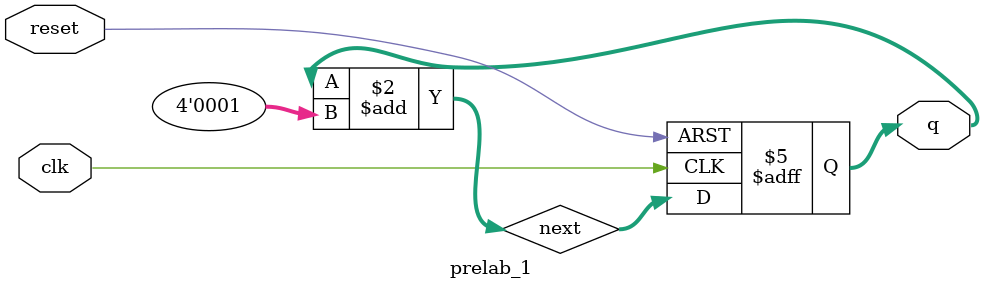
<source format=v>
`timescale 1ns / 1ps


module prelab_1(
    input clk,
    output [3:0] q,
    input reset
    );
    
reg [3:0] q;
reg [3:0] next;

always @(q)
begin
    next = q + 4'd1;
end

always @(posedge clk or negedge reset)
begin
    if (~reset)
    begin
        q = 4'd0;
    end
    else 
        q = next;
end

endmodule

</source>
